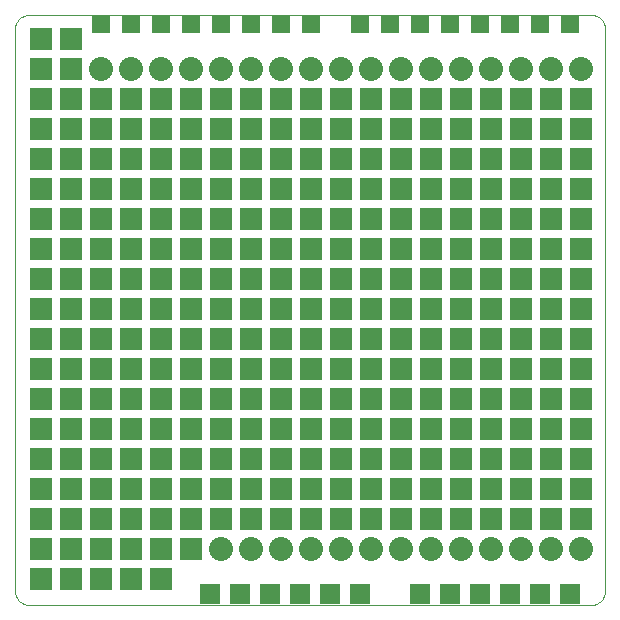
<source format=gbs>
G75*
G70*
%OFA0B0*%
%FSLAX24Y24*%
%IPPOS*%
%LPD*%
%AMOC8*
5,1,8,0,0,1.08239X$1,22.5*
%
%ADD10C,0.0004*%
%ADD11R,0.0640X0.0640*%
%ADD12C,0.0800*%
%ADD13R,0.0670X0.0670*%
%ADD14R,0.0780X0.0780*%
D10*
X000611Y000363D02*
X009953Y000363D01*
X019296Y000363D01*
X019340Y000365D01*
X019383Y000371D01*
X019425Y000380D01*
X019467Y000393D01*
X019507Y000410D01*
X019546Y000430D01*
X019583Y000453D01*
X019617Y000480D01*
X019650Y000509D01*
X019679Y000542D01*
X019706Y000576D01*
X019729Y000613D01*
X019749Y000652D01*
X019766Y000692D01*
X019779Y000734D01*
X019788Y000776D01*
X019794Y000819D01*
X019796Y000863D01*
X019796Y010955D01*
X019796Y019548D01*
X019794Y019592D01*
X019788Y019635D01*
X019779Y019677D01*
X019766Y019719D01*
X019749Y019759D01*
X019729Y019798D01*
X019706Y019835D01*
X019679Y019869D01*
X019650Y019902D01*
X019617Y019931D01*
X019583Y019958D01*
X019546Y019981D01*
X019507Y020001D01*
X019467Y020018D01*
X019425Y020031D01*
X019383Y020040D01*
X019340Y020046D01*
X019296Y020048D01*
X009953Y020048D01*
X000611Y020048D01*
X000567Y020046D01*
X000524Y020040D01*
X000482Y020031D01*
X000440Y020018D01*
X000400Y020001D01*
X000361Y019981D01*
X000324Y019958D01*
X000290Y019931D01*
X000257Y019902D01*
X000228Y019869D01*
X000201Y019835D01*
X000178Y019798D01*
X000158Y019759D01*
X000141Y019719D01*
X000128Y019677D01*
X000119Y019635D01*
X000113Y019592D01*
X000111Y019548D01*
X000111Y010205D01*
X000111Y000863D01*
X000113Y000819D01*
X000119Y000776D01*
X000128Y000734D01*
X000141Y000692D01*
X000158Y000652D01*
X000178Y000613D01*
X000201Y000576D01*
X000228Y000542D01*
X000257Y000509D01*
X000290Y000480D01*
X000324Y000453D01*
X000361Y000430D01*
X000400Y000410D01*
X000440Y000393D01*
X000482Y000380D01*
X000524Y000371D01*
X000567Y000365D01*
X000611Y000363D01*
D11*
X002986Y019738D03*
X003986Y019738D03*
X004986Y019738D03*
X005986Y019738D03*
X006986Y019738D03*
X007986Y019738D03*
X008986Y019738D03*
X009986Y019738D03*
X011611Y019738D03*
X012611Y019738D03*
X013611Y019738D03*
X014611Y019738D03*
X015611Y019738D03*
X016611Y019738D03*
X017611Y019738D03*
X018611Y019738D03*
D12*
X018986Y018238D03*
X017986Y018238D03*
X016986Y018238D03*
X015986Y018238D03*
X014986Y018238D03*
X013986Y018238D03*
X012986Y018238D03*
X011986Y018238D03*
X010986Y018238D03*
X009986Y018238D03*
X008986Y018238D03*
X007986Y018238D03*
X006986Y018238D03*
X005986Y018238D03*
X004986Y018238D03*
X003986Y018238D03*
X002986Y018238D03*
X006986Y002238D03*
X007986Y002238D03*
X008986Y002238D03*
X009986Y002238D03*
X010986Y002238D03*
X011986Y002238D03*
X012986Y002238D03*
X013986Y002238D03*
X014986Y002238D03*
X015986Y002238D03*
X016986Y002238D03*
X017986Y002238D03*
X018986Y002238D03*
D13*
X018611Y000738D03*
X017611Y000738D03*
X016611Y000738D03*
X015611Y000738D03*
X014611Y000738D03*
X013611Y000738D03*
X011611Y000738D03*
X010611Y000738D03*
X009611Y000738D03*
X008611Y000738D03*
X007611Y000738D03*
X006611Y000738D03*
D14*
X005986Y002238D03*
X005986Y003238D03*
X005986Y004238D03*
X005986Y005238D03*
X005986Y006238D03*
X005986Y007238D03*
X005986Y008238D03*
X005986Y009238D03*
X005986Y010238D03*
X005986Y011238D03*
X005986Y012238D03*
X005986Y013238D03*
X005986Y014238D03*
X005986Y015238D03*
X005986Y016238D03*
X005986Y017238D03*
X006986Y017238D03*
X007986Y017238D03*
X008986Y017238D03*
X009986Y017238D03*
X010986Y017238D03*
X011986Y017238D03*
X012986Y017238D03*
X013986Y017238D03*
X014986Y017238D03*
X015986Y017238D03*
X016986Y017238D03*
X017986Y017238D03*
X018986Y017238D03*
X018986Y016238D03*
X017986Y016238D03*
X016986Y016238D03*
X015986Y016238D03*
X014986Y016238D03*
X013986Y016238D03*
X012986Y016238D03*
X011986Y016238D03*
X010986Y016238D03*
X009986Y016238D03*
X008986Y016238D03*
X007986Y016238D03*
X006986Y016238D03*
X006986Y015238D03*
X007986Y015238D03*
X008986Y015238D03*
X009986Y015238D03*
X010986Y015238D03*
X011986Y015238D03*
X012986Y015238D03*
X013986Y015238D03*
X014986Y015238D03*
X015986Y015238D03*
X016986Y015238D03*
X017986Y015238D03*
X018986Y015238D03*
X018986Y014238D03*
X017986Y014238D03*
X016986Y014238D03*
X015986Y014238D03*
X014986Y014238D03*
X013986Y014238D03*
X012986Y014238D03*
X011986Y014238D03*
X010986Y014238D03*
X009986Y014238D03*
X008986Y014238D03*
X007986Y014238D03*
X006986Y014238D03*
X006986Y013238D03*
X007986Y013238D03*
X008986Y013238D03*
X009986Y013238D03*
X010986Y013238D03*
X011986Y013238D03*
X012986Y013238D03*
X013986Y013238D03*
X014986Y013238D03*
X015986Y013238D03*
X016986Y013238D03*
X017986Y013238D03*
X018986Y013238D03*
X018986Y012238D03*
X017986Y012238D03*
X016986Y012238D03*
X015986Y012238D03*
X014986Y012238D03*
X013986Y012238D03*
X012986Y012238D03*
X011986Y012238D03*
X010986Y012238D03*
X009986Y012238D03*
X008986Y012238D03*
X007986Y012238D03*
X006986Y012238D03*
X006986Y011238D03*
X006986Y010238D03*
X007986Y010238D03*
X007986Y011238D03*
X008986Y011238D03*
X008986Y010238D03*
X009986Y010238D03*
X009986Y011238D03*
X010986Y011238D03*
X010986Y010238D03*
X011986Y010238D03*
X011986Y011238D03*
X012986Y011238D03*
X012986Y010238D03*
X013986Y010238D03*
X013986Y011238D03*
X014986Y011238D03*
X014986Y010238D03*
X015986Y010238D03*
X015986Y011238D03*
X016986Y011238D03*
X016986Y010238D03*
X017986Y010238D03*
X017986Y011238D03*
X018986Y011238D03*
X018986Y010238D03*
X018986Y009238D03*
X017986Y009238D03*
X016986Y009238D03*
X015986Y009238D03*
X014986Y009238D03*
X013986Y009238D03*
X012986Y009238D03*
X011986Y009238D03*
X010986Y009238D03*
X009986Y009238D03*
X008986Y009238D03*
X007986Y009238D03*
X006986Y009238D03*
X006986Y008238D03*
X007986Y008238D03*
X008986Y008238D03*
X009986Y008238D03*
X010986Y008238D03*
X011986Y008238D03*
X012986Y008238D03*
X013986Y008238D03*
X014986Y008238D03*
X015986Y008238D03*
X016986Y008238D03*
X017986Y008238D03*
X018986Y008238D03*
X018986Y007238D03*
X017986Y007238D03*
X016986Y007238D03*
X015986Y007238D03*
X014986Y007238D03*
X013986Y007238D03*
X012986Y007238D03*
X011986Y007238D03*
X010986Y007238D03*
X009986Y007238D03*
X008986Y007238D03*
X007986Y007238D03*
X006986Y007238D03*
X006986Y006238D03*
X007986Y006238D03*
X008986Y006238D03*
X009986Y006238D03*
X010986Y006238D03*
X011986Y006238D03*
X012986Y006238D03*
X013986Y006238D03*
X014986Y006238D03*
X015986Y006238D03*
X016986Y006238D03*
X017986Y006238D03*
X018986Y006238D03*
X018986Y005238D03*
X017986Y005238D03*
X016986Y005238D03*
X015986Y005238D03*
X014986Y005238D03*
X013986Y005238D03*
X012986Y005238D03*
X011986Y005238D03*
X010986Y005238D03*
X009986Y005238D03*
X008986Y005238D03*
X007986Y005238D03*
X006986Y005238D03*
X006986Y004238D03*
X007986Y004238D03*
X008986Y004238D03*
X009986Y004238D03*
X010986Y004238D03*
X011986Y004238D03*
X012986Y004238D03*
X013986Y004238D03*
X014986Y004238D03*
X015986Y004238D03*
X016986Y004238D03*
X017986Y004238D03*
X018986Y004238D03*
X018986Y003238D03*
X017986Y003238D03*
X016986Y003238D03*
X015986Y003238D03*
X014986Y003238D03*
X013986Y003238D03*
X012986Y003238D03*
X011986Y003238D03*
X010986Y003238D03*
X009986Y003238D03*
X008986Y003238D03*
X007986Y003238D03*
X006986Y003238D03*
X004986Y003238D03*
X004986Y004238D03*
X004986Y005238D03*
X004986Y006238D03*
X004986Y007238D03*
X004986Y008238D03*
X004986Y009238D03*
X004986Y010238D03*
X004986Y011238D03*
X004986Y012238D03*
X004986Y013238D03*
X004986Y014238D03*
X004986Y015238D03*
X004986Y016238D03*
X004986Y017238D03*
X003986Y017238D03*
X002986Y017238D03*
X002986Y016238D03*
X003986Y016238D03*
X003986Y015238D03*
X002986Y015238D03*
X002986Y014238D03*
X003986Y014238D03*
X003986Y013238D03*
X002986Y013238D03*
X002986Y012238D03*
X003986Y012238D03*
X003986Y011238D03*
X003986Y010238D03*
X002986Y010238D03*
X002986Y011238D03*
X001986Y011238D03*
X001986Y010238D03*
X000986Y010238D03*
X000986Y011238D03*
X000986Y012238D03*
X000986Y013238D03*
X000986Y014238D03*
X000986Y015238D03*
X000986Y016238D03*
X000986Y017238D03*
X000986Y018238D03*
X000986Y019238D03*
X001986Y019238D03*
X001986Y018238D03*
X001986Y017238D03*
X001986Y016238D03*
X001986Y015238D03*
X001986Y014238D03*
X001986Y013238D03*
X001986Y012238D03*
X001986Y009238D03*
X000986Y009238D03*
X000986Y008238D03*
X001986Y008238D03*
X001986Y007238D03*
X000986Y007238D03*
X000986Y006238D03*
X001986Y006238D03*
X001986Y005238D03*
X000986Y005238D03*
X000986Y004238D03*
X001986Y004238D03*
X001986Y003238D03*
X000986Y003238D03*
X000986Y002238D03*
X000986Y001238D03*
X001986Y001238D03*
X001986Y002238D03*
X002986Y002238D03*
X002986Y001238D03*
X003986Y001238D03*
X003986Y002238D03*
X003986Y003238D03*
X003986Y004238D03*
X003986Y005238D03*
X003986Y006238D03*
X003986Y007238D03*
X003986Y008238D03*
X003986Y009238D03*
X002986Y009238D03*
X002986Y008238D03*
X002986Y007238D03*
X002986Y006238D03*
X002986Y005238D03*
X002986Y004238D03*
X002986Y003238D03*
X004986Y002238D03*
X004986Y001238D03*
M02*

</source>
